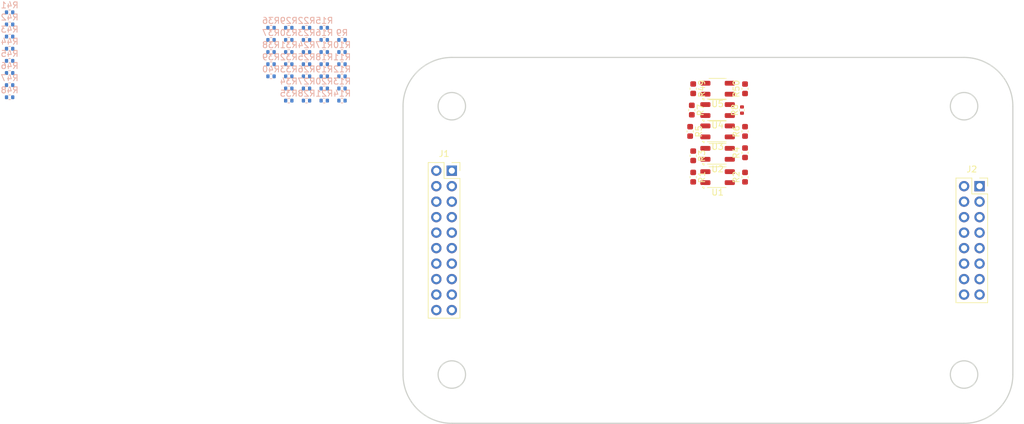
<source format=kicad_pcb>
(kicad_pcb (version 20240108) (generator "pcbnew") (generator_version "8.0")
  (layers (0 "F.Cu" signal) (31 "B.Cu" signal) (34 "B.Paste" user) (35 "F.Paste" user) (36 "B.SilkS" user "B.Silkscreen") (37 "F.SilkS" user "F.Silkscreen") (38 "B.Mask" user) (39 "F.Mask" user) (44 "Edge.Cuts" user))
  (net 0 "")
  (net 1 "+5V")
  (net 2 "DIO0")
  (net 3 "DIO1")
  (net 4 "DIO2")
  (net 5 "DIO3")
  (net 6 "DIO4")
  (net 7 "DIO5")
  (net 8 "DIO6")
  (net 9 "DIO7")
  (net 10 "GND")
  (net 27 "Signal1")
  (net 28 "Net-(U1-A)")
  (net 29 "Signal3")
  (net 30 "Net-(U2-A)")
  (net 31 "Signal2")
  (net 32 "Net-(U3-A)")
  (net 33 "Signal4")
  (net 34 "Net-(U4-A)")
  (net 43 "Signal5")
  (net 44 "Net-(U5-A)")
  (footprint "Capacitor_SMD:C_0603_1608Metric" (layer "F.Cu") (at 152.5 60.51 90)
    (property "Reference" "R50" (at 0 -1.43 270) (layer "F.SilkS"))
    (property "Value" "10k")
    (fp_line (start -0.14058 -0.51) (end 0.14058 -0.51) (stroke (width 0.12)) (layer "F.SilkS"))
    (fp_line (start -0.14058 0.51) (end 0.14058 0.51) (stroke (width 0.12)) (layer "F.SilkS"))
    (pad "1" smd roundrect (at -0.775 0 90) (size 0.9 0.95) (layers "F.Cu" "F.Paste" "F.Mask") (net 1 "+5V"))
    (pad "2" smd roundrect (at 0.775 0 90) (size 0.9 0.95) (layers "F.Cu" "F.Paste" "F.Mask") (net 43 "Signal5"))
  )
  (footprint "Capacitor_SMD:C_0603_1608Metric" (layer "F.Cu") (at 143.775 64 -90)
    (property "Reference" "R7" (at 0 -1.43 90) (layer "F.SilkS"))
    (property "Value" "120")
    (fp_line (start -0.14058 0.51) (end 0.14058 0.51) (stroke (width 0.12)) (layer "F.SilkS"))
    (fp_line (start -0.14058 -0.51) (end 0.14058 -0.51) (stroke (width 0.12)) (layer "F.SilkS"))
    (pad "1" smd roundrect (at -0.775 0 270) (size 0.9 0.95) (layers "F.Cu" "F.Paste" "F.Mask") (net 1 "+5V"))
    (pad "2" smd roundrect (at 0.775 0 270) (size 0.9 0.95) (layers "F.Cu" "F.Paste" "F.Mask") (net 34 "Net-(U4-A)"))
  )
  (footprint "Connector_PinSocket_2.54mm:PinSocket_2x08_P2.54mm_Vertical" (layer "F.Cu") (at 190.9594 76.4794)
    (property "Reference" "J2" (at -1.27 -2.77 0) (layer "F.SilkS"))
    (property "Value" "Conn_02x08_Odd_Even")
    (fp_line (start -3.87 -1.33) (end -3.87 19.11) (stroke (width 0.12)) (layer "F.SilkS"))
    (fp_line (start -3.87 -1.33) (end -1.27 -1.33) (stroke (width 0.12)) (layer "F.SilkS"))
    (fp_line (start -3.87 19.11) (end 1.33 19.11) (stroke (width 0.12)) (layer "F.SilkS"))
    (fp_line (start -1.27 -1.33) (end -1.27 1.27) (stroke (width 0.12)) (layer "F.SilkS"))
    (fp_line (start -1.27 1.27) (end 1.33 1.27) (stroke (width 0.12)) (layer "F.SilkS"))
    (fp_line (start 0 -1.33) (end 1.33 -1.33) (stroke (width 0.12)) (layer "F.SilkS"))
    (fp_line (start 1.33 -1.33) (end 1.33 0) (stroke (width 0.12)) (layer "F.SilkS"))
    (fp_line (start 1.33 1.27) (end 1.33 19.11) (stroke (width 0.12)) (layer "F.SilkS"))
    (pad "1" thru_hole rect (at 0 0) (size 1.7 1.7) (drill 1) (layers "*.Cu" "*.Mask"))
    (pad "2" thru_hole oval (at -2.54 0) (size 1.7 1.7) (drill 1) (layers "*.Cu" "*.Mask"))
    (pad "3" thru_hole oval (at 0 2.54) (size 1.7 1.7) (drill 1) (layers "*.Cu" "*.Mask"))
    (pad "4" thru_hole oval (at -2.54 2.54) (size 1.7 1.7) (drill 1) (layers "*.Cu" "*.Mask"))
    (pad "5" thru_hole oval (at 0 5.08) (size 1.7 1.7) (drill 1) (layers "*.Cu" "*.Mask"))
    (pad "6" thru_hole oval (at -2.54 5.08) (size 1.7 1.7) (drill 1) (layers "*.Cu" "*.Mask"))
    (pad "7" thru_hole oval (at 0 7.62) (size 1.7 1.7) (drill 1) (layers "*.Cu" "*.Mask"))
    (pad "8" thru_hole oval (at -2.54 7.62) (size 1.7 1.7) (drill 1) (layers "*.Cu" "*.Mask"))
    (pad "9" thru_hole oval (at 0 10.16) (size 1.7 1.7) (drill 1) (layers "*.Cu" "*.Mask"))
    (pad "10" thru_hole oval (at -2.54 10.16) (size 1.7 1.7) (drill 1) (layers "*.Cu" "*.Mask"))
    (pad "11" thru_hole oval (at 0 12.7) (size 1.7 1.7) (drill 1) (layers "*.Cu" "*.Mask"))
    (pad "12" thru_hole oval (at -2.54 12.7) (size 1.7 1.7) (drill 1) (layers "*.Cu" "*.Mask"))
    (pad "13" thru_hole oval (at 0 15.24) (size 1.7 1.7) (drill 1) (layers "*.Cu" "*.Mask"))
    (pad "14" thru_hole oval (at -2.54 15.24) (size 1.7 1.7) (drill 1) (layers "*.Cu" "*.Mask"))
    (pad "15" thru_hole oval (at 0 17.78) (size 1.7 1.7) (drill 1) (layers "*.Cu" "*.Mask"))
    (pad "16" thru_hole oval (at -2.54 17.78) (size 1.7 1.7) (drill 1) (layers "*.Cu" "*.Mask"))
  )
  (footprint "Capacitor_SMD:C_0603_1608Metric" (layer "F.Cu") (at 152.5 67.5 90)
    (property "Reference" "R6" (at 0 -1.43 270) (layer "F.SilkS"))
    (property "Value" "10k")
    (fp_line (start -0.14058 -0.51) (end 0.14058 -0.51) (stroke (width 0.12)) (layer "F.SilkS"))
    (fp_line (start -0.14058 0.51) (end 0.14058 0.51) (stroke (width 0.12)) (layer "F.SilkS"))
    (pad "1" smd roundrect (at -0.775 0 90) (size 0.9 0.95) (layers "F.Cu" "F.Paste" "F.Mask") (net 1 "+5V"))
    (pad "2" smd roundrect (at 0.775 0 90) (size 0.9 0.95) (layers "F.Cu" "F.Paste" "F.Mask") (net 31 "Signal2"))
  )
  (footprint "Capacitor_SMD:C_0603_1608Metric" (layer "F.Cu") (at 144 75 -90)
    (property "Reference" "R1" (at 0 -1.43 90) (layer "F.SilkS"))
    (property "Value" "120")
    (fp_line (start -0.14058 0.51) (end 0.14058 0.51) (stroke (width 0.12)) (layer "F.SilkS"))
    (fp_line (start -0.14058 -0.51) (end 0.14058 -0.51) (stroke (width 0.12)) (layer "F.SilkS"))
    (pad "1" smd roundrect (at -0.775 0 270) (size 0.9 0.95) (layers "F.Cu" "F.Paste" "F.Mask") (net 1 "+5V"))
    (pad "2" smd roundrect (at 0.775 0 270) (size 0.9 0.95) (layers "F.Cu" "F.Paste" "F.Mask") (net 28 "Net-(U1-A)"))
  )
  (footprint "Resistor_SMD:R_0402_1005Metric" (layer "F.Cu") (at 152 64 90)
    (property "Reference" "R8" (at 0 -1.17 270) (layer "F.SilkS"))
    (property "Value" "10k")
    (fp_line (start -0.153641 -0.38) (end 0.153641 -0.38) (stroke (width 0.12)) (layer "F.SilkS"))
    (fp_line (start -0.153641 0.38) (end 0.153641 0.38) (stroke (width 0.12)) (layer "F.SilkS"))
    (pad "1" smd roundrect (at -0.51 0 90) (size 0.54 0.64) (layers "F.Cu" "F.Paste" "F.Mask") (net 1 "+5V"))
    (pad "2" smd roundrect (at 0.51 0 90) (size 0.54 0.64) (layers "F.Cu" "F.Paste" "F.Mask") (net 33 "Signal4"))
  )
  (footprint "OptoDevice:OnSemi_CASE100CY" (layer "F.Cu") (at 148 64 90)
    (property "Reference" "U4" (at -2.5 0 0) (layer "F.SilkS"))
    (property "Value" "QRE1113GR")
    (fp_line (start 1.7 1.4) (end 1.7 -1.4) (stroke (width 0.12)) (layer "F.SilkS"))
    (fp_line (start -1.7 1.4) (end -1.7 -1.67) (stroke (width 0.12)) (layer "F.SilkS"))
    (fp_poly (pts (xy -1.61 -2.23) (xy -1.89 -2.23) (xy -1.61 -2.51) (xy -1.61 -2.23)) (stroke (width 0.12)) (fill solid) (layer "F.SilkS"))
    (pad "1" smd roundrect (at -0.9 -2 90) (size 0.79 1.66) (layers "F.Cu" "F.Paste" "F.Mask") (net 34 "Net-(U4-A)"))
    (pad "2" smd roundrect (at -0.9 2 90) (size 0.79 1.66) (layers "F.Cu" "F.Paste" "F.Mask") (net 10 "GND"))
    (pad "3" smd roundrect (at 0.9 2 90) (size 0.79 1.66) (layers "F.Cu" "F.Paste" "F.Mask") (net 33 "Signal4"))
    (pad "4" smd roundrect (at 0.9 -2 90) (size 0.79 1.66) (layers "F.Cu" "F.Paste" "F.Mask") (net 10 "GND"))
  )
  (footprint "OptoDevice:OnSemi_CASE100CY" (layer "F.Cu") (at 148 75 90)
    (property "Reference" "U1" (at -2.5 0 0) (layer "F.SilkS"))
    (property "Value" "QRE1113GR")
    (fp_line (start 1.7 1.4) (end 1.7 -1.4) (stroke (width 0.12)) (layer "F.SilkS"))
    (fp_line (start -1.7 1.4) (end -1.7 -1.67) (stroke (width 0.12)) (layer "F.SilkS"))
    (fp_poly (pts (xy -1.61 -2.23) (xy -1.89 -2.23) (xy -1.61 -2.51) (xy -1.61 -2.23)) (stroke (width 0.12)) (fill solid) (layer "F.SilkS"))
    (pad "1" smd roundrect (at -0.9 -2 90) (size 0.79 1.66) (layers "F.Cu" "F.Paste" "F.Mask") (net 28 "Net-(U1-A)"))
    (pad "2" smd roundrect (at -0.9 2 90) (size 0.79 1.66) (layers "F.Cu" "F.Paste" "F.Mask") (net 10 "GND"))
    (pad "3" smd roundrect (at 0.9 2 90) (size 0.79 1.66) (layers "F.Cu" "F.Paste" "F.Mask") (net 27 "Signal1"))
    (pad "4" smd roundrect (at 0.9 -2 90) (size 0.79 1.66) (layers "F.Cu" "F.Paste" "F.Mask") (net 10 "GND"))
  )
  (footprint "OptoDevice:OnSemi_CASE100CY" (layer "F.Cu") (at 148 67.5 90)
    (property "Reference" "U3" (at -2.5 0 0) (layer "F.SilkS"))
    (property "Value" "QRE1113GR")
    (fp_line (start 1.7 1.4) (end 1.7 -1.4) (stroke (width 0.12)) (layer "F.SilkS"))
    (fp_line (start -1.7 1.4) (end -1.7 -1.67) (stroke (width 0.12)) (layer "F.SilkS"))
    (fp_poly (pts (xy -1.61 -2.23) (xy -1.89 -2.23) (xy -1.61 -2.51) (xy -1.61 -2.23)) (stroke (width 0.12)) (fill solid) (layer "F.SilkS"))
    (pad "1" smd roundrect (at -0.9 -2 90) (size 0.79 1.66) (layers "F.Cu" "F.Paste" "F.Mask") (net 32 "Net-(U3-A)"))
    (pad "2" smd roundrect (at -0.9 2 90) (size 0.79 1.66) (layers "F.Cu" "F.Paste" "F.Mask") (net 10 "GND"))
    (pad "3" smd roundrect (at 0.9 2 90) (size 0.79 1.66) (layers "F.Cu" "F.Paste" "F.Mask") (net 31 "Signal2"))
    (pad "4" smd roundrect (at 0.9 -2 90) (size 0.79 1.66) (layers "F.Cu" "F.Paste" "F.Mask") (net 10 "GND"))
  )
  (footprint "Capacitor_SMD:C_0603_1608Metric" (layer "F.Cu") (at 144 60.5 -90)
    (property "Reference" "R49" (at 0 -1.43 90) (layer "F.SilkS"))
    (property "Value" "120")
    (fp_line (start -0.14058 0.51) (end 0.14058 0.51) (stroke (width 0.12)) (layer "F.SilkS"))
    (fp_line (start -0.14058 -0.51) (end 0.14058 -0.51) (stroke (width 0.12)) (layer "F.SilkS"))
    (pad "1" smd roundrect (at -0.775 0 270) (size 0.9 0.95) (layers "F.Cu" "F.Paste" "F.Mask") (net 1 "+5V"))
    (pad "2" smd roundrect (at 0.775 0 270) (size 0.9 0.95) (layers "F.Cu" "F.Paste" "F.Mask") (net 44 "Net-(U5-A)"))
  )
  (footprint "Capacitor_SMD:C_0603_1608Metric" (layer "F.Cu") (at 152.5 71 90)
    (property "Reference" "R4" (at 0 -1.43 270) (layer "F.SilkS"))
    (property "Value" "10k")
    (fp_line (start -0.14058 -0.51) (end 0.14058 -0.51) (stroke (width 0.12)) (layer "F.SilkS"))
    (fp_line (start -0.14058 0.51) (end 0.14058 0.51) (stroke (width 0.12)) (layer "F.SilkS"))
    (pad "1" smd roundrect (at -0.775 0 90) (size 0.9 0.95) (layers "F.Cu" "F.Paste" "F.Mask") (net 1 "+5V"))
    (pad "2" smd roundrect (at 0.775 0 90) (size 0.9 0.95) (layers "F.Cu" "F.Paste" "F.Mask") (net 29 "Signal3"))
  )
  (footprint "OptoDevice:OnSemi_CASE100CY" (layer "F.Cu") (at 148 71.175 90)
    (property "Reference" "U2" (at -2.5 0 0) (layer "F.SilkS"))
    (property "Value" "QRE1113GR")
    (fp_line (start 1.7 1.4) (end 1.7 -1.4) (stroke (width 0.12)) (layer "F.SilkS"))
    (fp_line (start -1.7 1.4) (end -1.7 -1.67) (stroke (width 0.12)) (layer "F.SilkS"))
    (fp_poly (pts (xy -1.61 -2.23) (xy -1.89 -2.23) (xy -1.61 -2.51) (xy -1.61 -2.23)) (stroke (width 0.12)) (fill solid) (layer "F.SilkS"))
    (pad "1" smd roundrect (at -0.9 -2 90) (size 0.79 1.66) (layers "F.Cu" "F.Paste" "F.Mask") (net 30 "Net-(U2-A)"))
    (pad "2" smd roundrect (at -0.9 2 90) (size 0.79 1.66) (layers "F.Cu" "F.Paste" "F.Mask") (net 10 "GND"))
    (pad "3" smd roundrect (at 0.9 2 90) (size 0.79 1.66) (layers "F.Cu" "F.Paste" "F.Mask") (net 29 "Signal3"))
    (pad "4" smd roundrect (at 0.9 -2 90) (size 0.79 1.66) (layers "F.Cu" "F.Paste" "F.Mask") (net 10 "GND"))
  )
  (footprint "Capacitor_SMD:C_0603_1608Metric" (layer "F.Cu") (at 144 71.5 -90)
    (property "Reference" "R3" (at 0 -1.43 90) (layer "F.SilkS"))
    (property "Value" "120")
    (fp_line (start -0.14058 0.51) (end 0.14058 0.51) (stroke (width 0.12)) (layer "F.SilkS"))
    (fp_line (start -0.14058 -0.51) (end 0.14058 -0.51) (stroke (width 0.12)) (layer "F.SilkS"))
    (pad "1" smd roundrect (at -0.775 0 270) (size 0.9 0.95) (layers "F.Cu" "F.Paste" "F.Mask") (net 1 "+5V"))
    (pad "2" smd roundrect (at 0.775 0 270) (size 0.9 0.95) (layers "F.Cu" "F.Paste" "F.Mask") (net 30 "Net-(U2-A)"))
  )
  (footprint "Capacitor_SMD:C_0603_1608Metric" (layer "F.Cu") (at 143.5 67.5 -90)
    (property "Reference" "R5" (at 0 -1.43 90) (layer "F.SilkS"))
    (property "Value" "120")
    (fp_line (start -0.14058 0.51) (end 0.14058 0.51) (stroke (width 0.12)) (layer "F.SilkS"))
    (fp_line (start -0.14058 -0.51) (end 0.14058 -0.51) (stroke (width 0.12)) (layer "F.SilkS"))
    (pad "1" smd roundrect (at -0.775 0 270) (size 0.9 0.95) (layers "F.Cu" "F.Paste" "F.Mask") (net 1 "+5V"))
    (pad "2" smd roundrect (at 0.775 0 270) (size 0.9 0.95) (layers "F.Cu" "F.Paste" "F.Mask") (net 32 "Net-(U3-A)"))
  )
  (footprint "OptoDevice:OnSemi_CASE100CY" (layer "F.Cu") (at 148 60.5 90)
    (property "Reference" "U5" (at -2.5 0 360) (layer "F.SilkS"))
    (property "Value" "QRE1113GR")
    (fp_line (start 1.7 1.4) (end 1.7 -1.4) (stroke (width 0.12)) (layer "F.SilkS"))
    (fp_line (start -1.7 1.4) (end -1.7 -1.67) (stroke (width 0.12)) (layer "F.SilkS"))
    (fp_poly (pts (xy -1.61 -2.23) (xy -1.89 -2.23) (xy -1.61 -2.51) (xy -1.61 -2.23)) (stroke (width 0.12)) (fill solid) (layer "F.SilkS"))
    (pad "1" smd roundrect (at -0.9 -2 90) (size 0.79 1.66) (layers "F.Cu" "F.Paste" "F.Mask") (net 44 "Net-(U5-A)"))
    (pad "2" smd roundrect (at -0.9 2 90) (size 0.79 1.66) (layers "F.Cu" "F.Paste" "F.Mask") (net 10 "GND"))
    (pad "3" smd roundrect (at 0.9 2 90) (size 0.79 1.66) (layers "F.Cu" "F.Paste" "F.Mask") (net 43 "Signal5"))
    (pad "4" smd roundrect (at 0.9 -2 90) (size 0.79 1.66) (layers "F.Cu" "F.Paste" "F.Mask") (net 10 "GND"))
  )
  (footprint "Connector_PinSocket_2.54mm:PinSocket_2x10_P2.54mm_Vertical" (layer "F.Cu") (at 104.4194 73.9394)
    (property "Reference" "J1" (at -1.27 -2.77 360) (layer "F.SilkS"))
    (property "Value" "Conn_02x10_Odd_Even")
    (fp_line (start -3.87 -1.33) (end -3.87 24.19) (stroke (width 0.12)) (layer "F.SilkS"))
    (fp_line (start -3.87 -1.33) (end -1.27 -1.33) (stroke (width 0.12)) (layer "F.SilkS"))
    (fp_line (start -3.87 24.19) (end 1.33 24.19) (stroke (width 0.12)) (layer "F.SilkS"))
    (fp_line (start -1.27 -1.33) (end -1.27 1.27) (stroke (width 0.12)) (layer "F.SilkS"))
    (fp_line (start -1.27 1.27) (end 1.33 1.27) (stroke (width 0.12)) (layer "F.SilkS"))
    (fp_line (start 0 -1.33) (end 1.33 -1.33) (stroke (width 0.12)) (layer "F.SilkS"))
    (fp_line (start 1.33 -1.33) (end 1.33 0) (stroke (width 0.12)) (layer "F.SilkS"))
    (fp_line (start 1.33 1.27) (end 1.33 24.19) (stroke (width 0.12)) (layer "F.SilkS"))
    (pad "1" thru_hole rect (at 0 0) (size 1.7 1.7) (drill 1) (layers "*.Cu" "*.Mask") (net 1 "+5V"))
    (pad "2" thru_hole oval (at -2.54 0) (size 1.7 1.7) (drill 1) (layers "*.Cu" "*.Mask") (net 1 "+5V"))
    (pad "3" thru_hole oval (at 0 2.54) (size 1.7 1.7) (drill 1) (layers "*.Cu" "*.Mask"))
    (pad "4" thru_hole oval (at -2.54 2.54) (size 1.7 1.7) (drill 1) (layers "*.Cu" "*.Mask") (net 2 "DIO0"))
    (pad "5" thru_hole oval (at 0 5.08) (size 1.7 1.7) (drill 1) (layers "*.Cu" "*.Mask"))
    (pad "6" thru_hole oval (at -2.54 5.08) (size 1.7 1.7) (drill 1) (layers "*.Cu" "*.Mask") (net 3 "DIO1"))
    (pad "7" thru_hole oval (at 0 7.62) (size 1.7 1.7) (drill 1) (layers "*.Cu" "*.Mask"))
    (pad "8" thru_hole oval (at -2.54 7.62) (size 1.7 1.7) (drill 1) (layers "*.Cu" "*.Mask") (net 4 "DIO2"))
    (pad "9" thru_hole oval (at 0 10.16) (size 1.7 1.7) (drill 1) (layers "*.Cu" "*.Mask"))
    (pad "10" thru_hole oval (at -2.54 10.16) (size 1.7 1.7) (drill 1) (layers "*.Cu" "*.Mask") (net 5 "DIO3"))
    (pad "11" thru_hole oval (at 0 12.7) (size 1.7 1.7) (drill 1) (layers "*.Cu" "*.Mask"))
    (pad "12" thru_hole oval (at -2.54 12.7) (size 1.7 1.7) (drill 1) (layers "*.Cu" "*.Mask") (net 6 "DIO4"))
    (pad "13" thru_hole oval (at 0 15.24) (size 1.7 1.7) (drill 1) (layers "*.Cu" "*.Mask"))
    (pad "14" thru_hole oval (at -2.54 15.24) (size 1.7 1.7) (drill 1) (layers "*.Cu" "*.Mask") (net 7 "DIO5"))
    (pad "15" thru_hole oval (at 0 17.78) (size 1.7 1.7) (drill 1) (layers "*.Cu" "*.Mask"))
    (pad "16" thru_hole oval (at -2.54 17.78) (size 1.7 1.7) (drill 1) (layers "*.Cu" "*.Mask") (net 8 "DIO6"))
    (pad "17" thru_hole oval (at 0 20.32) (size 1.7 1.7) (drill 1) (layers "*.Cu" "*.Mask"))
    (pad "18" thru_hole oval (at -2.54 20.32) (size 1.7 1.7) (drill 1) (layers "*.Cu" "*.Mask") (net 9 "DIO7"))
    (pad "19" thru_hole oval (at 0 22.86) (size 1.7 1.7) (drill 1) (layers "*.Cu" "*.Mask") (net 10 "GND"))
    (pad "20" thru_hole oval (at -2.54 22.86) (size 1.7 1.7) (drill 1) (layers "*.Cu" "*.Mask") (net 10 "GND"))
  )
  (footprint "Capacitor_SMD:C_0603_1608Metric" (layer "F.Cu") (at 152.5 75 90)
    (property "Reference" "R2" (at 0 -1.43 270) (layer "F.SilkS"))
    (property "Value" "10k")
    (fp_line (start -0.14058 -0.51) (end 0.14058 -0.51) (stroke (width 0.12)) (layer "F.SilkS"))
    (fp_line (start -0.14058 0.51) (end 0.14058 0.51) (stroke (width 0.12)) (layer "F.SilkS"))
    (pad "1" smd roundrect (at -0.775 0 90) (size 0.9 0.95) (layers "F.Cu" "F.Paste" "F.Mask") (net 1 "+5V"))
    (pad "2" smd roundrect (at 0.775 0 90) (size 0.9 0.95) (layers "F.Cu" "F.Paste" "F.Mask") (net 27 "Signal1"))
  )
  (footprint "Resistor_SMD:R_0402_1005Metric" (layer "B.Cu") (at 31.905 53.94 180)
    (property "Reference" "R44" (at 0 1.17 180) (layer "B.SilkS") (effects (justify mirror)))
    (property "Value" "R")
    (fp_line (start 0.153641 0.38) (end -0.153641 0.38) (stroke (width 0.12)) (layer "B.SilkS"))
    (fp_line (start 0.153641 -0.38) (end -0.153641 -0.38) (stroke (width 0.12)) (layer "B.SilkS"))
    (pad "1" smd roundrect (at -0.51 0 180) (size 0.54 0.64) (layers "B.Cu" "B.Paste" "B.Mask") (net 5 "DIO3"))
    (pad "2" smd roundrect (at 0.51 0 180) (size 0.54 0.64) (layers "B.Cu" "B.Paste" "B.Mask") (net 43 "Signal5"))
  )
  (footprint "Resistor_SMD:R_0402_1005Metric" (layer "B.Cu") (at 77.68 62.45 180)
    (property "Reference" "R35" (at 0 1.17 180) (layer "B.SilkS") (effects (justify mirror)))
    (property "Value" "R")
    (fp_line (start 0.153641 0.38) (end -0.153641 0.38) (stroke (width 0.12)) (layer "B.SilkS"))
    (fp_line (start 0.153641 -0.38) (end -0.153641 -0.38) (stroke (width 0.12)) (layer "B.SilkS"))
    (pad "1" smd roundrect (at -0.51 0 180) (size 0.54 0.64) (layers "B.Cu" "B.Paste" "B.Mask") (net 4 "DIO2"))
    (pad "2" smd roundrect (at 0.51 0 180) (size 0.54 0.64) (layers "B.Cu" "B.Paste" "B.Mask") (net 33 "Signal4"))
  )
  (footprint "Resistor_SMD:R_0402_1005Metric" (layer "B.Cu") (at 83.5 54.49 180)
    (property "Reference" "R17" (at 0 1.17 180) (layer "B.SilkS") (effects (justify mirror)))
    (property "Value" "R")
    (fp_line (start 0.153641 0.38) (end -0.153641 0.38) (stroke (width 0.12)) (layer "B.SilkS"))
    (fp_line (start 0.153641 -0.38) (end -0.153641 -0.38) (stroke (width 0.12)) (layer "B.SilkS"))
    (pad "1" smd roundrect (at -0.51 0 180) (size 0.54 0.64) (layers "B.Cu" "B.Paste" "B.Mask") (net 2 "DIO0"))
    (pad "2" smd roundrect (at 0.51 0 180) (size 0.54 0.64) (layers "B.Cu" "B.Paste" "B.Mask") (net 31 "Signal2"))
  )
  (footprint "Resistor_SMD:R_0402_1005Metric" (layer "B.Cu") (at 80.59 54.49 180)
    (property "Reference" "R24" (at 0 1.17 180) (layer "B.SilkS") (effects (justify mirror)))
    (property "Value" "R")
    (fp_line (start 0.153641 0.38) (end -0.153641 0.38) (stroke (width 0.12)) (layer "B.SilkS"))
    (fp_line (start 0.153641 -0.38) (end -0.153641 -0.38) (stroke (width 0.12)) (layer "B.SilkS"))
    (pad "1" smd roundrect (at -0.51 0 180) (size 0.54 0.64) (layers "B.Cu" "B.Paste" "B.Mask") (net 9 "DIO7"))
    (pad "2" smd roundrect (at 0.51 0 180) (size 0.54 0.64) (layers "B.Cu" "B.Paste" "B.Mask") (net 31 "Signal2"))
  )
  (footprint "Resistor_SMD:R_0402_1005Metric" (layer "B.Cu") (at 83.5 60.46 180)
    (property "Reference" "R20" (at 0 1.17 180) (layer "B.SilkS") (effects (justify mirror)))
    (property "Value" "R")
    (fp_line (start 0.153641 0.38) (end -0.153641 0.38) (stroke (width 0.12)) (layer "B.SilkS"))
    (fp_line (start 0.153641 -0.38) (end -0.153641 -0.38) (stroke (width 0.12)) (layer "B.SilkS"))
    (pad "1" smd roundrect (at -0.51 0 180) (size 0.54 0.64) (layers "B.Cu" "B.Paste" "B.Mask") (net 5 "DIO3"))
    (pad "2" smd roundrect (at 0.51 0 180) (size 0.54 0.64) (layers "B.Cu" "B.Paste" "B.Mask") (net 31 "Signal2"))
  )
  (footprint "Resistor_SMD:R_0402_1005Metric" (layer "B.Cu") (at 86.41 62.45 180)
    (property "Reference" "R14" (at 0 1.17 180) (layer "B.SilkS") (effects (justify mirror)))
    (property "Value" "R")
    (fp_line (start 0.153641 0.38) (end -0.153641 0.38) (stroke (width 0.12)) (layer "B.SilkS"))
    (fp_line (start 0.153641 -0.38) (end -0.153641 -0.38) (stroke (width 0.12)) (layer "B.SilkS"))
    (pad "1" smd roundrect (at -0.51 0 180) (size 0.54 0.64) (layers "B.Cu" "B.Paste" "B.Mask") (net 7 "DIO5"))
    (pad "2" smd roundrect (at 0.51 0 180) (size 0.54 0.64) (layers "B.Cu" "B.Paste" "B.Mask") (net 27 "Signal1"))
  )
  (footprint "Resistor_SMD:R_0402_1005Metric" (layer "B.Cu") (at 31.905 61.9 180)
    (property "Reference" "R48" (at 0 1.17 180) (layer "B.SilkS") (effects (justify mirror)))
    (property "Value" "R")
    (fp_line (start 0.153641 0.38) (end -0.153641 0.38) (stroke (width 0.12)) (layer "B.SilkS"))
    (fp_line (start 0.153641 -0.38) (end -0.153641 -0.38) (stroke (width 0.12)) (layer "B.SilkS"))
    (pad "1" smd roundrect (at -0.51 0 180) (size 0.54 0.64) (layers "B.Cu" "B.Paste" "B.Mask") (net 9 "DIO7"))
    (pad "2" smd roundrect (at 0.51 0 180) (size 0.54 0.64) (layers "B.Cu" "B.Paste" "B.Mask") (net 43 "Signal5"))
  )
  (footprint "Resistor_SMD:R_0402_1005Metric" (layer "B.Cu") (at 83.5 50.51 180)
    (property "Reference" "R15" (at 0 1.17 180) (layer "B.SilkS") (effects (justify mirror)))
    (property "Value" "R")
    (fp_line (start 0.153641 0.38) (end -0.153641 0.38) (stroke (width 0.12)) (layer "B.SilkS"))
    (fp_line (start 0.153641 -0.38) (end -0.153641 -0.38) (stroke (width 0.12)) (layer "B.SilkS"))
    (pad "1" smd roundrect (at -0.51 0 180) (size 0.54 0.64) (layers "B.Cu" "B.Paste" "B.Mask") (net 8 "DIO6"))
    (pad "2" smd roundrect (at 0.51 0 180) (size 0.54 0.64) (layers "B.Cu" "B.Paste" "B.Mask") (net 27 "Signal1"))
  )
  (footprint "Resistor_SMD:R_0402_1005Metric" (layer "B.Cu") (at 77.68 52.5 180)
    (property "Reference" "R30" (at 0 1.17 180) (layer "B.SilkS") (effects (justify mirror)))
    (property "Value" "R")
    (fp_line (start 0.153641 0.38) (end -0.153641 0.38) (stroke (width 0.12)) (layer "B.SilkS"))
    (fp_line (start 0.153641 -0.38) (end -0.153641 -0.38) (stroke (width 0.12)) (layer "B.SilkS"))
    (pad "1" smd roundrect (at -0.51 0 180) (size 0.54 0.64) (layers "B.Cu" "B.Paste" "B.Mask") (net 7 "DIO5"))
    (pad "2" smd roundrect (at 0.51 0 180) (size 0.54 0.64) (layers "B.Cu" "B.Paste" "B.Mask") (net 29 "Signal3"))
  )
  (footprint "Resistor_SMD:R_0402_1005Metric" (layer "B.Cu") (at 74.77 50.51 180)
    (property "Reference" "R36" (at 0 1.17 180) (layer "B.SilkS") (effects (justify mirror)))
    (property "Value" "R")
    (fp_line (start 0.153641 0.38) (end -0.153641 0.38) (stroke (width 0.12)) (layer "B.SilkS"))
    (fp_line (start 0.153641 -0.38) (end -0.153641 -0.38) (stroke (width 0.12)) (layer "B.SilkS"))
    (pad "1" smd roundrect (at -0.51 0 180) (size 0.54 0.64) (layers "B.Cu" "B.Paste" "B.Mask") (net 5 "DIO3"))
    (pad "2" smd roundrect (at 0.51 0 180) (size 0.54 0.64) (layers "B.Cu" "B.Paste" "B.Mask") (net 33 "Signal4"))
  )
  (footprint "Resistor_SMD:R_0402_1005Metric" (layer "B.Cu") (at 80.59 62.45 180)
    (property "Reference" "R28" (at 0 1.17 180) (layer "B.SilkS") (effects (justify mirror)))
    (property "Value" "R")
    (fp_line (start 0.153641 0.38) (end -0.153641 0.38) (stroke (width 0.12)) (layer "B.SilkS"))
    (fp_line (start 0.153641 -0.38) (end -0.153641 -0.38) (stroke (width 0.12)) (layer "B.SilkS"))
    (pad "1" smd roundrect (at -0.51 0 180) (size 0.54 0.64) (layers "B.Cu" "B.Paste" "B.Mask") (net 5 "DIO3"))
    (pad "2" smd roundrect (at 0.51 0 180) (size 0.54 0.64) (layers "B.Cu" "B.Paste" "B.Mask") (net 29 "Signal3"))
  )
  (footprint "Resistor_SMD:R_0402_1005Metric" (layer "B.Cu") (at 74.77 54.49 180)
    (property "Reference" "R38" (at 0 1.17 180) (layer "B.SilkS") (effects (justify mirror)))
    (property "Value" "R")
    (fp_line (start 0.153641 0.38) (end -0.153641 0.38) (stroke (width 0.12)) (layer "B.SilkS"))
    (fp_line (start 0.153641 -0.38) (end -0.153641 -0.38) (stroke (width 0.12)) (layer "B.SilkS"))
    (pad "1" smd roundrect (at -0.51 0 180) (size 0.54 0.64) (layers "B.Cu" "B.Paste" "B.Mask") (net 7 "DIO5"))
    (pad "2" smd roundrect (at 0.51 0 180) (size 0.54 0.64) (layers "B.Cu" "B.Paste" "B.Mask") (net 33 "Signal4"))
  )
  (footprint "Resistor_SMD:R_0402_1005Metric" (layer "B.Cu") (at 74.77 56.48 180)
    (property "Reference" "R39" (at 0 1.17 180) (layer "B.SilkS") (effects (justify mirror)))
    (property "Value" "R")
    (fp_line (start 0.153641 0.38) (end -0.153641 0.38) (stroke (width 0.12)) (layer "B.SilkS"))
    (fp_line (start 0.153641 -0.38) (end -0.153641 -0.38) (stroke (width 0.12)) (layer "B.SilkS"))
    (pad "1" smd roundrect (at -0.51 0 180) (size 0.54 0.64) (layers "B.Cu" "B.Paste" "B.Mask") (net 8 "DIO6"))
    (pad "2" smd roundrect (at 0.51 0 180) (size 0.54 0.64) (layers "B.Cu" "B.Paste" "B.Mask") (net 33 "Signal4"))
  )
  (footprint "Resistor_SMD:R_0402_1005Metric" (layer "B.Cu") (at 86.41 58.47 180)
    (property "Reference" "R12" (at 0 1.17 180) (layer "B.SilkS") (effects (justify mirror)))
    (property "Value" "R")
    (fp_line (start 0.153641 0.38) (end -0.153641 0.38) (stroke (width 0.12)) (layer "B.SilkS"))
    (fp_line (start 0.153641 -0.38) (end -0.153641 -0.38) (stroke (width 0.12)) (layer "B.SilkS"))
    (pad "1" smd roundrect (at -0.51 0 180) (size 0.54 0.64) (layers "B.Cu" "B.Paste" "B.Mask") (net 5 "DIO3"))
    (pad "2" smd roundrect (at 0.51 0 180) (size 0.54 0.64) (layers "B.Cu" "B.Paste" "B.Mask") (net 27 "Signal1"))
  )
  (footprint "Resistor_SMD:R_0402_1005Metric" (layer "B.Cu") (at 80.59 58.47 180)
    (property "Reference" "R26" (at 0 1.17 180) (layer "B.SilkS") (effects (justify mirror)))
    (property "Value" "R")
    (fp_line (start 0.153641 0.38) (end -0.153641 0.38) (stroke (width 0.12)) (layer "B.SilkS"))
    (fp_line (start 0.153641 -0.38) (end -0.153641 -0.38) (stroke (width 0.12)) (layer "B.SilkS"))
    (pad "1" smd roundrect (at -0.51 0 180) (size 0.54 0.64) (layers "B.Cu" "B.Paste" "B.Mask") (net 3 "DIO1"))
    (pad "2" smd roundrect (at 0.51 0 180) (size 0.54 0.64) (layers "B.Cu" "B.Paste" "B.Mask") (net 29 "Signal3"))
  )
  (footprint "Resistor_SMD:R_0402_1005Metric" (layer "B.Cu") (at 31.905 51.95 180)
    (property "Reference" "R43" (at 0 1.17 180) (layer "B.SilkS") (effects (justify mirror)))
    (property "Value" "R")
    (fp_line (start 0.153641 0.38) (end -0.153641 0.38) (stroke (width 0.12)) (layer "B.SilkS"))
    (fp_line (start 0.153641 -0.38) (end -0.153641 -0.38) (stroke (width 0.12)) (layer "B.SilkS"))
    (pad "1" smd roundrect (at -0.51 0 180) (size 0.54 0.64) (layers "B.Cu" "B.Paste" "B.Mask") (net 4 "DIO2"))
    (pad "2" smd roundrect (at 0.51 0 180) (size 0.54 0.64) (layers "B.Cu" "B.Paste" "B.Mask") (net 43 "Signal5"))
  )
  (footprint "Resistor_SMD:R_0402_1005Metric" (layer "B.Cu") (at 31.905 49.96 180)
    (property "Reference" "R42" (at 0 1.17 180) (layer "B.SilkS") (effects (justify mirror)))
    (property "Value" "R")
    (fp_line (start 0.153641 0.38) (end -0.153641 0.38) (stroke (width 0.12)) (layer "B.SilkS"))
    (fp_line (start 0.153641 -0.38) (end -0.153641 -0.38) (stroke (width 0.12)) (layer "B.SilkS"))
    (pad "1" smd roundrect (at -0.51 0 180) (size 0.54 0.64) (layers "B.Cu" "B.Paste" "B.Mask") (net 3 "DIO1"))
    (pad "2" smd roundrect (at 0.51 0 180) (size 0.54 0.64) (layers "B.Cu" "B.Paste" "B.Mask") (net 43 "Signal5"))
  )
  (footprint "Resistor_SMD:R_0402_1005Metric" (layer "B.Cu") (at 86.41 56.48 180)
    (property "Reference" "R11" (at 0 1.17 180) (layer "B.SilkS") (effects (justify mirror)))
    (property "Value" "R")
    (fp_line (start 0.153641 0.38) (end -0.153641 0.38) (stroke (width 0.12)) (layer "B.SilkS"))
    (fp_line (start 0.153641 -0.38) (end -0.153641 -0.38) (stroke (width 0.12)) (layer "B.SilkS"))
    (pad "1" smd roundrect (at -0.51 0 180) (size 0.54 0.64) (layers "B.Cu" "B.Paste" "B.Mask") (net 4 "DIO2"))
    (pad "2" smd roundrect (at 0.51 0 180) (size 0.54 0.64) (layers "B.Cu" "B.Paste" "B.Mask") (net 27 "Signal1"))
  )
  (footprint "Resistor_SMD:R_0402_1005Metric" (layer "B.Cu") (at 80.59 52.5 180)
    (property "Reference" "R23" (at 0 1.17 180) (layer "B.SilkS") (effects (justify mirror)))
    (property "Value" "R")
    (fp_line (start 0.153641 0.38) (end -0.153641 0.38) (stroke (width 0.12)) (layer "B.SilkS"))
    (fp_line (start 0.153641 -0.38) (end -0.153641 -0.38) (stroke (width 0.12)) (layer "B.SilkS"))
    (pad "1" smd roundrect (at -0.51 0 180) (size 0.54 0.64) (layers "B.Cu" "B.Paste" "B.Mask") (net 8 "DIO6"))
    (pad "2" smd roundrect (at 0.51 0 180) (size 0.54 0.64) (layers "B.Cu" "B.Paste" "B.Mask") (net 31 "Signal2"))
  )
  (footprint "Resistor_SMD:R_0402_1005Metric" (layer "B.Cu") (at 86.41 60.46 180)
    (property "Reference" "R13" (at 0 1.17 180) (layer "B.SilkS") (effects (justify mirror)))
    (property "Value" "R")
    (fp_line (start 0.153641 0.38) (end -0.153641 0.38) (stroke (width 0.12)) (layer "B.SilkS"))
    (fp_line (start 0.153641 -0.38) (end -0.153641 -0.38) (stroke (width 0.12)) (layer "B.SilkS"))
    (pad "1" smd roundrect (at -0.51 0 180) (size 0.54 0.64) (layers "B.Cu" "B.Paste" "B.Mask") (net 6 "DIO4"))
    (pad "2" smd roundrect (at 0.51 0 180) (size 0.54 0.64) (layers "B.Cu" "B.Paste" "B.Mask") (net 27 "Signal1"))
  )
  (footprint "Resistor_SMD:R_0402_1005Metric" (layer "B.Cu") (at 83.5 56.48 180)
    (property "Reference" "R18" (at 0 1.17 180) (layer "B.SilkS") (effects (justify mirror)))
    (property "Value" "R")
    (fp_line (start 0.153641 0.38) (end -0.153641 0.38) (stroke (width 0.12)) (layer "B.SilkS"))
    (fp_line (start 0.153641 -0.38) (end -0.153641 -0.38) (stroke (width 0.12)) (layer "B.SilkS"))
    (pad "1" smd roundrect (at -0.51 0 180) (size 0.54 0.64) (layers "B.Cu" "B.Paste" "B.Mask") (net 3 "DIO1"))
    (pad "2" smd roundrect (at 0.51 0 180) (size 0.54 0.64) (layers "B.Cu" "B.Paste" "B.Mask") (net 31 "Signal2"))
  )
  (footprint "Resistor_SMD:R_0402_1005Metric" (layer "B.Cu") (at 77.68 54.49 180)
    (property "Reference" "R31" (at 0 1.17 180) (layer "B.SilkS") (effects (justify mirror)))
    (property "Value" "R")
    (fp_line (start 0.153641 0.38) (end -0.153641 0.38) (stroke (width 0.12)) (layer "B.SilkS"))
    (fp_line (start 0.153641 -0.38) (end -0.153641 -0.38) (stroke (width 0.12)) (layer "B.SilkS"))
    (pad "1" smd roundrect (at -0.51 0 180) (size 0.54 0.64) (layers "B.Cu" "B.Paste" "B.Mask") (net 8 "DIO6"))
    (pad "2" smd roundrect (at 0.51 0 180) (size 0.54 0.64) (layers "B.Cu" "B.Paste" "B.Mask") (net 29 "Signal3"))
  )
  (footprint "Resistor_SMD:R_0402_1005Metric" (layer "B.Cu") (at 80.59 60.46 180)
    (property "Reference" "R27" (at 0 1.17 180) (layer "B.SilkS") (effects (justify mirror)))
    (property "Value" "R")
    (fp_line (start 0.153641 0.38) (end -0.153641 0.38) (stroke (width 0.12)) (layer "B.SilkS"))
    (fp_line (start 0.153641 -0.38) (end -0.153641 -0.38) (stroke (width 0.12)) (layer "B.SilkS"))
    (pad "1" smd roundrect (at -0.51 0 180) (size 0.54 0.64) (layers "B.Cu" "B.Paste" "B.Mask") (net 4 "DIO2"))
    (pad "2" smd roundrect (at 0.51 0 180) (size 0.54 0.64) (layers "B.Cu" "B.Paste" "B.Mask") (net 29 "Signal3"))
  )
  (footprint "Resistor_SMD:R_0402_1005Metric" (layer "B.Cu") (at 77.68 50.51 180)
    (property "Reference" "R29" (at 0 1.17 180) (layer "B.SilkS") (effects (justify mirror)))
    (property "Value" "R")
    (fp_line (start 0.153641 0.38) (end -0.153641 0.38) (stroke (width 0.12)) (layer "B.SilkS"))
    (fp_line (start 0.153641 -0.38) (end -0.153641 -0.38) (stroke (width 0.12)) (layer "B.SilkS"))
    (pad "1" smd roundrect (at -0.51 0 180) (size 0.54 0.64) (layers "B.Cu" "B.Paste" "B.Mask") (net 6 "DIO4"))
    (pad "2" smd roundrect (at 0.51 0 180) (size 0.54 0.64) (layers "B.Cu" "B.Paste" "B.Mask") (net 29 "Signal3"))
  )
  (footprint "Resistor_SMD:R_0402_1005Metric" (layer "B.Cu") (at 83.5 52.5 180)
    (property "Reference" "R16" (at 0 1.17 180) (layer "B.SilkS") (effects (justify mirror)))
    (property "Value" "R")
    (fp_line (start 0.153641 0.38) (end -0.153641 0.38) (stroke (width 0.12)) (layer "B.SilkS"))
    (fp_line (start 0.153641 -0.38) (end -0.153641 -0.38) (stroke (width 0.12)) (layer "B.SilkS"))
    (pad "1" smd roundrect (at -0.51 0 180) (size 0.54 0.64) (layers "B.Cu" "B.Paste" "B.Mask") (net 9 "DIO7"))
    (pad "2" smd roundrect (at 0.51 0 180) (size 0.54 0.64) (layers "B.Cu" "B.Paste" "B.Mask") (net 27 "Signal1"))
  )
  (footprint "Resistor_SMD:R_0402_1005Metric" (layer "B.Cu") (at 83.5 58.47 180)
    (property "Reference" "R19" (at 0 1.17 180) (layer "B.SilkS") (effects (justify mirror)))
    (property "Value" "R")
    (fp_line (start 0.153641 0.38) (end -0.153641 0.38) (stroke (width 0.12)) (layer "B.SilkS"))
    (fp_line (start 0.153641 -0.38) (end -0.153641 -0.38) (stroke (width 0.12)) (layer "B.SilkS"))
    (pad "1" smd roundrect (at -0.51 0 180) (size 0.54 0.64) (layers "B.Cu" "B.Paste" "B.Mask") (net 4 "DIO2"))
    (pad "2" smd roundrect (at 0.51 0 180) (size 0.54 0.64) (layers "B.Cu" "B.Paste" "B.Mask") (net 31 "Signal2"))
  )
  (footprint "Resistor_SMD:R_0402_1005Metric" (layer "B.Cu") (at 74.77 58.47 180)
    (property "Reference" "R40" (at 0 1.17 180) (layer "B.SilkS") (effects (justify mirror)))
    (property "Value" "R")
    (fp_line (start 0.153641 0.38) (end -0.153641 0.38) (stroke (width 0.12)) (layer "B.SilkS"))
    (fp_line (start 0.153641 -0.38) (end -0.153641 -0.38) (stroke (width 0.12)) (layer "B.SilkS"))
    (pad "1" smd roundrect (at -0.51 0 180) (size 0.54 0.64) (layers "B.Cu" "B.Paste" "B.Mask") (net 9 "DIO7"))
    (pad "2" smd roundrect (at 0.51 0 180) (size 0.54 0.64) (layers "B.Cu" "B.Paste" "B.Mask") (net 33 "Signal4"))
  )
  (footprint "Resistor_SMD:R_0402_1005Metric" (layer "B.Cu") (at 83.5 62.45 180)
    (property "Reference" "R21" (at 0 1.17 180) (layer "B.SilkS") (effects (justify mirror)))
    (property "Value" "R")
    (fp_line (start 0.153641 0.38) (end -0.153641 0.38) (stroke (width 0.12)) (layer "B.SilkS"))
    (fp_line (start 0.153641 -0.38) (end -0.153641 -0.38) (stroke (width 0.12)) (layer "B.SilkS"))
    (pad "1" smd roundrect (at -0.51 0 180) (size 0.54 0.64) (layers "B.Cu" "B.Paste" "B.Mask") (net 6 "DIO4"))
    (pad "2" smd roundrect (at 0.51 0 180) (size 0.54 0.64) (layers "B.Cu" "B.Paste" "B.Mask") (net 31 "Signal2"))
  )
  (footprint "Resistor_SMD:R_0402_1005Metric" (layer "B.Cu") (at 80.59 50.51 180)
    (property "Reference" "R22" (at 0 1.17 180) (layer "B.SilkS") (effects (justify mirror)))
    (property "Value" "R")
    (fp_line (start 0.153641 0.38) (end -0.153641 0.38) (stroke (width 0.12)) (layer "B.SilkS"))
    (fp_line (start 0.153641 -0.38) (end -0.153641 -0.38) (stroke (width 0.12)) (layer "B.SilkS"))
    (pad "1" smd roundrect (at -0.51 0 180) (size 0.54 0.64) (layers "B.Cu" "B.Paste" "B.Mask") (net 7 "DIO5"))
    (pad "2" smd roundrect (at 0.51 0 180) (size 0.54 0.64) (layers "B.Cu" "B.Paste" "B.Mask") (net 31 "Signal2"))
  )
  (footprint "Resistor_SMD:R_0402_1005Metric" (layer "B.Cu") (at 77.68 58.47 180)
    (property "Reference" "R33" (at 0 1.17 180) (layer "B.SilkS") (effects (justify mirror)))
    (property "Value" "R")
    (fp_line (start 0.153641 0.38) (end -0.153641 0.38) (stroke (width 0.12)) (layer "B.SilkS"))
    (fp_line (start 0.153641 -0.38) (end -0.153641 -0.38) (stroke (width 0.12)) (layer "B.SilkS"))
    (pad "1" smd roundrect (at -0.51 0 180) (size 0.54 0.64) (layers "B.Cu" "B.Paste" "B.Mask") (net 2 "DIO0"))
    (pad "2" smd roundrect (at 0.51 0 180) (size 0.54 0.64) (layers "B.Cu" "B.Paste" "B.Mask") (net 33 "Signal4"))
  )
  (footprint "Resistor_SMD:R_0402_1005Metric" (layer "B.Cu") (at 74.77 52.5 180)
    (property "Reference" "R37" (at 0 1.17 180) (layer "B.SilkS") (effects (justify mirror)))
    (property "Value" "R")
    (fp_line (start 0.153641 0.38) (end -0.153641 0.38) (stroke (width 0.12)) (layer "B.SilkS"))
    (fp_line (start 0.153641 -0.38) (end -0.153641 -0.38) (stroke (width 0.12)) (layer "B.SilkS"))
    (pad "1" smd roundrect (at -0.51 0 180) (size 0.54 0.64) (layers "B.Cu" "B.Paste" "B.Mask") (net 6 "DIO4"))
    (pad "2" smd roundrect (at 0.51 0 180) (size 0.54 0.64) (layers "B.Cu" "B.Paste" "B.Mask") (net 33 "Signal4"))
  )
  (footprint "Resistor_SMD:R_0402_1005Metric" (layer "B.Cu") (at 86.41 52.5 180)
    (property "Reference" "R9" (at 0 1.17 180) (layer "B.SilkS") (effects (justify mirror)))
    (property "Value" "R")
    (fp_line (start 0.153641 0.38) (end -0.153641 0.38) (stroke (width 0.12)) (layer "B.SilkS"))
    (fp_line (start 0.153641 -0.38) (end -0.153641 -0.38) (stroke (width 0.12)) (layer "B.SilkS"))
    (pad "1" smd roundrect (at -0.51 0 180) (size 0.54 0.64) (layers "B.Cu" "B.Paste" "B.Mask") (net 2 "DIO0"))
    (pad "2" smd roundrect (at 0.51 0 180) (size 0.54 0.64) (layers "B.Cu" "B.Paste" "B.Mask") (net 27 "Signal1"))
  )
  (footprint "Resistor_SMD:R_0402_1005Metric" (layer "B.Cu") (at 31.905 57.92 180)
    (property "Reference" "R46" (at 0 1.17 180) (layer "B.SilkS") (effects (justify mirror)))
    (property "Value" "R")
    (fp_line (start 0.153641 0.38) (end -0.153641 0.38) (stroke (width 0.12)) (layer "B.SilkS"))
    (fp_line (start 0.153641 -0.38) (end -0.153641 -0.38) (stroke (width 0.12)) (layer "B.SilkS"))
    (pad "1" smd roundrect (at -0.51 0 180) (size 0.54 0.64) (layers "B.Cu" "B.Paste" "B.Mask") (net 7 "DIO5"))
    (pad "2" smd roundrect (at 0.51 0 180) (size 0.54 0.64) (layers "B.Cu" "B.Paste" "B.Mask") (net 43 "Signal5"))
  )
  (footprint "Resistor_SMD:R_0402_1005Metric" (layer "B.Cu") (at 31.905 55.93 180)
    (property "Reference" "R45" (at 0 1.17 180) (layer "B.SilkS") (effects (justify mirror)))
    (property "Value" "R")
    (fp_line (start 0.153641 0.38) (end -0.153641 0.38) (stroke (width 0.12)) (layer "B.SilkS"))
    (fp_line (start 0.153641 -0.38) (end -0.153641 -0.38) (stroke (width 0.12)) (layer "B.SilkS"))
    (pad "1" smd roundrect (at -0.51 0 180) (size 0.54 0.64) (layers "B.Cu" "B.Paste" "B.Mask") (net 6 "DIO4"))
    (pad "2" smd roundrect (at 0.51 0 180) (size 0.54 0.64) (layers "B.Cu" "B.Paste" "B.Mask") (net 43 "Signal5"))
  )
  (footprint "Resistor_SMD:R_0402_1005Metric" (layer "B.Cu") (at 86.41 54.49 180)
    (property "Reference" "R10" (at 0 1.17 180) (layer "B.SilkS") (effects (justify mirror)))
    (property "Value" "R")
    (fp_line (start 0.153641 0.38) (end -0.153641 0.38) (stroke (width 0.12)) (layer "B.SilkS"))
    (fp_line (start 0.153641 -0.38) (end -0.153641 -0.38) (stroke (width 0.12)) (layer "B.SilkS"))
    (pad "1" smd roundrect (at -0.51 0 180) (size 0.54 0.64) (layers "B.Cu" "B.Paste" "B.Mask") (net 3 "DIO1"))
    (pad "2" smd roundrect (at 0.51 0 180) (size 0.54 0.64) (layers "B.Cu" "B.Paste" "B.Mask") (net 27 "Signal1"))
  )
  (footprint "Resistor_SMD:R_0402_1005Metric" (layer "B.Cu") (at 77.68 60.46 180)
    (property "Reference" "R34" (at 0 1.17 180) (layer "B.SilkS") (effects (justify mirror)))
    (property "Value" "R")
    (fp_line (start 0.153641 0.38) (end -0.153641 0.38) (stroke (width 0.12)) (layer "B.SilkS"))
    (fp_line (start 0.153641 -0.38) (end -0.153641 -0.38) (stroke (width 0.12)) (layer "B.SilkS"))
    (pad "1" smd roundrect (at -0.51 0 180) (size 0.54 0.64) (layers "B.Cu" "B.Paste" "B.Mask") (net 3 "DIO1"))
    (pad "2" smd roundrect (at 0.51 0 180) (size 0.54 0.64) (layers "B.Cu" "B.Paste" "B.Mask") (net 33 "Signal4"))
  )
  (footprint "Resistor_SMD:R_0402_1005Metric" (layer "B.Cu") (at 31.905 47.97 180)
    (property "Reference" "R41" (at 0 1.17 180) (layer "B.SilkS") (effects (justify mirror)))
    (property "Value" "R")
    (fp_line (start 0.153641 0.38) (end -0.153641 0.38) (stroke (width 0.12)) (layer "B.SilkS"))
    (fp_line (start 0.153641 -0.38) (end -0.153641 -0.38) (stroke (width 0.12)) (layer "B.SilkS"))
    (pad "1" smd roundrect (at -0.51 0 180) (size 0.54 0.64) (layers "B.Cu" "B.Paste" "B.Mask") (net 2 "DIO0"))
    (pad "2" smd roundrect (at 0.51 0 180) (size 0.54 0.64) (layers "B.Cu" "B.Paste" "B.Mask") (net 43 "Signal5"))
  )
  (footprint "Resistor_SMD:R_0402_1005Metric" (layer "B.Cu") (at 77.68 56.48 180)
    (property "Reference" "R32" (at 0 1.17 180) (layer "B.SilkS") (effects (justify mirror)))
    (property "Value" "R")
    (fp_line (start 0.153641 0.38) (end -0.153641 0.38) (stroke (width 0.12)) (layer "B.SilkS"))
    (fp_line (start 0.153641 -0.38) (end -0.153641 -0.38) (stroke (width 0.12)) (layer "B.SilkS"))
    (pad "1" smd roundrect (at -0.51 0 180) (size 0.54 0.64) (layers "B.Cu" "B.Paste" "B.Mask") (net 9 "DIO7"))
    (pad "2" smd roundrect (at 0.51 0 180) (size 0.54 0.64) (layers "B.Cu" "B.Paste" "B.Mask") (net 29 "Signal3"))
  )
  (footprint "Resistor_SMD:R_0402_1005Metric" (layer "B.Cu") (at 31.905 59.91 180)
    (property "Reference" "R47" (at 0 1.17 180) (layer "B.SilkS") (effects (justify mirror)))
    (property "Value" "R")
    (fp_line (start 0.153641 0.38) (end -0.153641 0.38) (stroke (width 0.12)) (layer "B.SilkS"))
    (fp_line (start 0.153641 -0.38) (end -0.153641 -0.38) (stroke (width 0.12)) (layer "B.SilkS"))
    (pad "1" smd roundrect (at -0.51 0 180) (size 0.54 0.64) (layers "B.Cu" "B.Paste" "B.Mask") (net 8 "DIO6"))
    (pad "2" smd roundrect (at 0.51 0 180) (size 0.54 0.64) (layers "B.Cu" "B.Paste" "B.Mask") (net 43 "Signal5"))
  )
  (footprint "Resistor_SMD:R_0402_1005Metric" (layer "B.Cu") (at 80.59 56.48 180)
    (property "Reference" "R25" (at 0 1.17 180) (layer "B.SilkS") (effects (justify mirror)))
    (property "Value" "R")
    (fp_line (start 0.153641 0.38) (end -0.153641 0.38) (stroke (width 0.12)) (layer "B.SilkS"))
    (fp_line (start 0.153641 -0.38) (end -0.153641 -0.38) (stroke (width 0.12)) (layer "B.SilkS"))
    (pad "1" smd roundrect (at -0.51 0 180) (size 0.54 0.64) (layers "B.Cu" "B.Paste" "B.Mask") (net 2 "DIO0"))
    (pad "2" smd roundrect (at 0.51 0 180) (size 0.54 0.64) (layers "B.Cu" "B.Paste" "B.Mask") (net 29 "Signal3"))
  )
  (gr_circle (center 104.4194 107.3694) (end 106.6694 107.3694) (stroke (width 0.2)) (fill none) (layer "Edge.Cuts"))
  (gr_circle (center 188.4194 63.3694) (end 190.6694 63.3694) (stroke (width 0.2)) (fill none) (layer "Edge.Cuts"))
  (gr_line (start 188.4194 55.3694) (end 104.4194 55.3694) (stroke (width 0.2)) (layer "Edge.Cuts"))
  (gr_circle (center 188.4194 107.3694) (end 190.6694 107.3694) (stroke (width 0.2)) (fill none) (layer "Edge.Cuts"))
  (gr_line (start 96.4194 63.3694) (end 96.4194 107.3694) (stroke (width 0.2)) (layer "Edge.Cuts"))
  (gr_arc (start 96.4194 63.3694) (mid 98.762546 57.712546) (end 104.4194 55.3694) (stroke (width 0.2)) (layer "Edge.Cuts"))
  (gr_circle (center 104.4194 63.3694) (end 106.6694 63.3694) (stroke (width 0.2)) (fill none) (layer "Edge.Cuts"))
  (gr_line (start 196.4194 107.3694) (end 196.4194 63.3694) (stroke (width 0.2)) (layer "Edge.Cuts"))
  (gr_arc (start 188.4194 55.3694) (mid 194.076254 57.712546) (end 196.4194 63.3694) (stroke (width 0.2)) (layer "Edge.Cuts"))
  (gr_arc (start 104.4194 115.3694) (mid 98.762546 113.026254) (end 96.4194 107.3694) (stroke (width 0.2)) (layer "Edge.Cuts"))
  (gr_arc (start 196.4194 107.3694) (mid 194.076254 113.026254) (end 188.4194 115.3694) (stroke (width 0.2)) (layer "Edge.Cuts"))
  (gr_line (start 104.4194 115.3694) (end 188.4194 115.3694) (stroke (width 0.2)) (layer "Edge.Cuts"))
)
</source>
